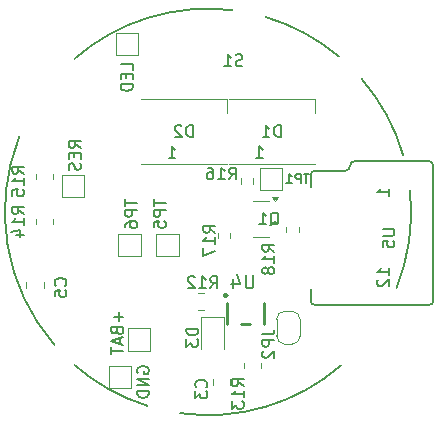
<source format=gbr>
%TF.GenerationSoftware,KiCad,Pcbnew,8.0.0*%
%TF.CreationDate,2024-03-22T20:52:57+01:00*%
%TF.ProjectId,rotatror,726f7461-7472-46f7-922e-6b696361645f,rev?*%
%TF.SameCoordinates,Original*%
%TF.FileFunction,Legend,Bot*%
%TF.FilePolarity,Positive*%
%FSLAX46Y46*%
G04 Gerber Fmt 4.6, Leading zero omitted, Abs format (unit mm)*
G04 Created by KiCad (PCBNEW 8.0.0) date 2024-03-22 20:52:57*
%MOMM*%
%LPD*%
G01*
G04 APERTURE LIST*
%ADD10C,0.150000*%
%ADD11C,0.152000*%
%ADD12C,0.120000*%
%ADD13C,0.254000*%
%ADD14C,0.127000*%
G04 APERTURE END LIST*
D10*
X128829819Y-81238095D02*
X129639342Y-81238095D01*
X129639342Y-81238095D02*
X129734580Y-81285714D01*
X129734580Y-81285714D02*
X129782200Y-81333333D01*
X129782200Y-81333333D02*
X129829819Y-81428571D01*
X129829819Y-81428571D02*
X129829819Y-81619047D01*
X129829819Y-81619047D02*
X129782200Y-81714285D01*
X129782200Y-81714285D02*
X129734580Y-81761904D01*
X129734580Y-81761904D02*
X129639342Y-81809523D01*
X129639342Y-81809523D02*
X128829819Y-81809523D01*
X128829819Y-82761904D02*
X128829819Y-82285714D01*
X128829819Y-82285714D02*
X129306009Y-82238095D01*
X129306009Y-82238095D02*
X129258390Y-82285714D01*
X129258390Y-82285714D02*
X129210771Y-82380952D01*
X129210771Y-82380952D02*
X129210771Y-82619047D01*
X129210771Y-82619047D02*
X129258390Y-82714285D01*
X129258390Y-82714285D02*
X129306009Y-82761904D01*
X129306009Y-82761904D02*
X129401247Y-82809523D01*
X129401247Y-82809523D02*
X129639342Y-82809523D01*
X129639342Y-82809523D02*
X129734580Y-82761904D01*
X129734580Y-82761904D02*
X129782200Y-82714285D01*
X129782200Y-82714285D02*
X129829819Y-82619047D01*
X129829819Y-82619047D02*
X129829819Y-82380952D01*
X129829819Y-82380952D02*
X129782200Y-82285714D01*
X129782200Y-82285714D02*
X129734580Y-82238095D01*
X129379819Y-78435714D02*
X129379819Y-77864286D01*
X129379819Y-78150000D02*
X128379819Y-78150000D01*
X128379819Y-78150000D02*
X128522676Y-78054762D01*
X128522676Y-78054762D02*
X128617914Y-77959524D01*
X128617914Y-77959524D02*
X128665533Y-77864286D01*
X129379819Y-85159523D02*
X129379819Y-84588095D01*
X129379819Y-84873809D02*
X128379819Y-84873809D01*
X128379819Y-84873809D02*
X128522676Y-84778571D01*
X128522676Y-84778571D02*
X128617914Y-84683333D01*
X128617914Y-84683333D02*
X128665533Y-84588095D01*
X128475057Y-85540476D02*
X128427438Y-85588095D01*
X128427438Y-85588095D02*
X128379819Y-85683333D01*
X128379819Y-85683333D02*
X128379819Y-85921428D01*
X128379819Y-85921428D02*
X128427438Y-86016666D01*
X128427438Y-86016666D02*
X128475057Y-86064285D01*
X128475057Y-86064285D02*
X128570295Y-86111904D01*
X128570295Y-86111904D02*
X128665533Y-86111904D01*
X128665533Y-86111904D02*
X128808390Y-86064285D01*
X128808390Y-86064285D02*
X129379819Y-85492857D01*
X129379819Y-85492857D02*
X129379819Y-86111904D01*
X119654819Y-83157142D02*
X119178628Y-82823809D01*
X119654819Y-82585714D02*
X118654819Y-82585714D01*
X118654819Y-82585714D02*
X118654819Y-82966666D01*
X118654819Y-82966666D02*
X118702438Y-83061904D01*
X118702438Y-83061904D02*
X118750057Y-83109523D01*
X118750057Y-83109523D02*
X118845295Y-83157142D01*
X118845295Y-83157142D02*
X118988152Y-83157142D01*
X118988152Y-83157142D02*
X119083390Y-83109523D01*
X119083390Y-83109523D02*
X119131009Y-83061904D01*
X119131009Y-83061904D02*
X119178628Y-82966666D01*
X119178628Y-82966666D02*
X119178628Y-82585714D01*
X119654819Y-84109523D02*
X119654819Y-83538095D01*
X119654819Y-83823809D02*
X118654819Y-83823809D01*
X118654819Y-83823809D02*
X118797676Y-83728571D01*
X118797676Y-83728571D02*
X118892914Y-83633333D01*
X118892914Y-83633333D02*
X118940533Y-83538095D01*
X119083390Y-84680952D02*
X119035771Y-84585714D01*
X119035771Y-84585714D02*
X118988152Y-84538095D01*
X118988152Y-84538095D02*
X118892914Y-84490476D01*
X118892914Y-84490476D02*
X118845295Y-84490476D01*
X118845295Y-84490476D02*
X118750057Y-84538095D01*
X118750057Y-84538095D02*
X118702438Y-84585714D01*
X118702438Y-84585714D02*
X118654819Y-84680952D01*
X118654819Y-84680952D02*
X118654819Y-84871428D01*
X118654819Y-84871428D02*
X118702438Y-84966666D01*
X118702438Y-84966666D02*
X118750057Y-85014285D01*
X118750057Y-85014285D02*
X118845295Y-85061904D01*
X118845295Y-85061904D02*
X118892914Y-85061904D01*
X118892914Y-85061904D02*
X118988152Y-85014285D01*
X118988152Y-85014285D02*
X119035771Y-84966666D01*
X119035771Y-84966666D02*
X119083390Y-84871428D01*
X119083390Y-84871428D02*
X119083390Y-84680952D01*
X119083390Y-84680952D02*
X119131009Y-84585714D01*
X119131009Y-84585714D02*
X119178628Y-84538095D01*
X119178628Y-84538095D02*
X119273866Y-84490476D01*
X119273866Y-84490476D02*
X119464342Y-84490476D01*
X119464342Y-84490476D02*
X119559580Y-84538095D01*
X119559580Y-84538095D02*
X119607200Y-84585714D01*
X119607200Y-84585714D02*
X119654819Y-84680952D01*
X119654819Y-84680952D02*
X119654819Y-84871428D01*
X119654819Y-84871428D02*
X119607200Y-84966666D01*
X119607200Y-84966666D02*
X119559580Y-85014285D01*
X119559580Y-85014285D02*
X119464342Y-85061904D01*
X119464342Y-85061904D02*
X119273866Y-85061904D01*
X119273866Y-85061904D02*
X119178628Y-85014285D01*
X119178628Y-85014285D02*
X119131009Y-84966666D01*
X119131009Y-84966666D02*
X119083390Y-84871428D01*
X114654819Y-81557142D02*
X114178628Y-81223809D01*
X114654819Y-80985714D02*
X113654819Y-80985714D01*
X113654819Y-80985714D02*
X113654819Y-81366666D01*
X113654819Y-81366666D02*
X113702438Y-81461904D01*
X113702438Y-81461904D02*
X113750057Y-81509523D01*
X113750057Y-81509523D02*
X113845295Y-81557142D01*
X113845295Y-81557142D02*
X113988152Y-81557142D01*
X113988152Y-81557142D02*
X114083390Y-81509523D01*
X114083390Y-81509523D02*
X114131009Y-81461904D01*
X114131009Y-81461904D02*
X114178628Y-81366666D01*
X114178628Y-81366666D02*
X114178628Y-80985714D01*
X114654819Y-82509523D02*
X114654819Y-81938095D01*
X114654819Y-82223809D02*
X113654819Y-82223809D01*
X113654819Y-82223809D02*
X113797676Y-82128571D01*
X113797676Y-82128571D02*
X113892914Y-82033333D01*
X113892914Y-82033333D02*
X113940533Y-81938095D01*
X113654819Y-82842857D02*
X113654819Y-83509523D01*
X113654819Y-83509523D02*
X114654819Y-83080952D01*
X115842857Y-77054819D02*
X116176190Y-76578628D01*
X116414285Y-77054819D02*
X116414285Y-76054819D01*
X116414285Y-76054819D02*
X116033333Y-76054819D01*
X116033333Y-76054819D02*
X115938095Y-76102438D01*
X115938095Y-76102438D02*
X115890476Y-76150057D01*
X115890476Y-76150057D02*
X115842857Y-76245295D01*
X115842857Y-76245295D02*
X115842857Y-76388152D01*
X115842857Y-76388152D02*
X115890476Y-76483390D01*
X115890476Y-76483390D02*
X115938095Y-76531009D01*
X115938095Y-76531009D02*
X116033333Y-76578628D01*
X116033333Y-76578628D02*
X116414285Y-76578628D01*
X114890476Y-77054819D02*
X115461904Y-77054819D01*
X115176190Y-77054819D02*
X115176190Y-76054819D01*
X115176190Y-76054819D02*
X115271428Y-76197676D01*
X115271428Y-76197676D02*
X115366666Y-76292914D01*
X115366666Y-76292914D02*
X115461904Y-76340533D01*
X114033333Y-76054819D02*
X114223809Y-76054819D01*
X114223809Y-76054819D02*
X114319047Y-76102438D01*
X114319047Y-76102438D02*
X114366666Y-76150057D01*
X114366666Y-76150057D02*
X114461904Y-76292914D01*
X114461904Y-76292914D02*
X114509523Y-76483390D01*
X114509523Y-76483390D02*
X114509523Y-76864342D01*
X114509523Y-76864342D02*
X114461904Y-76959580D01*
X114461904Y-76959580D02*
X114414285Y-77007200D01*
X114414285Y-77007200D02*
X114319047Y-77054819D01*
X114319047Y-77054819D02*
X114128571Y-77054819D01*
X114128571Y-77054819D02*
X114033333Y-77007200D01*
X114033333Y-77007200D02*
X113985714Y-76959580D01*
X113985714Y-76959580D02*
X113938095Y-76864342D01*
X113938095Y-76864342D02*
X113938095Y-76626247D01*
X113938095Y-76626247D02*
X113985714Y-76531009D01*
X113985714Y-76531009D02*
X114033333Y-76483390D01*
X114033333Y-76483390D02*
X114128571Y-76435771D01*
X114128571Y-76435771D02*
X114319047Y-76435771D01*
X114319047Y-76435771D02*
X114414285Y-76483390D01*
X114414285Y-76483390D02*
X114461904Y-76531009D01*
X114461904Y-76531009D02*
X114509523Y-76626247D01*
X119295238Y-80950057D02*
X119390476Y-80902438D01*
X119390476Y-80902438D02*
X119485714Y-80807200D01*
X119485714Y-80807200D02*
X119628571Y-80664342D01*
X119628571Y-80664342D02*
X119723809Y-80616723D01*
X119723809Y-80616723D02*
X119819047Y-80616723D01*
X119771428Y-80854819D02*
X119866666Y-80807200D01*
X119866666Y-80807200D02*
X119961904Y-80711961D01*
X119961904Y-80711961D02*
X120009523Y-80521485D01*
X120009523Y-80521485D02*
X120009523Y-80188152D01*
X120009523Y-80188152D02*
X119961904Y-79997676D01*
X119961904Y-79997676D02*
X119866666Y-79902438D01*
X119866666Y-79902438D02*
X119771428Y-79854819D01*
X119771428Y-79854819D02*
X119580952Y-79854819D01*
X119580952Y-79854819D02*
X119485714Y-79902438D01*
X119485714Y-79902438D02*
X119390476Y-79997676D01*
X119390476Y-79997676D02*
X119342857Y-80188152D01*
X119342857Y-80188152D02*
X119342857Y-80521485D01*
X119342857Y-80521485D02*
X119390476Y-80711961D01*
X119390476Y-80711961D02*
X119485714Y-80807200D01*
X119485714Y-80807200D02*
X119580952Y-80854819D01*
X119580952Y-80854819D02*
X119771428Y-80854819D01*
X118390476Y-80854819D02*
X118961904Y-80854819D01*
X118676190Y-80854819D02*
X118676190Y-79854819D01*
X118676190Y-79854819D02*
X118771428Y-79997676D01*
X118771428Y-79997676D02*
X118866666Y-80092914D01*
X118866666Y-80092914D02*
X118961904Y-80140533D01*
X98454819Y-76557142D02*
X97978628Y-76223809D01*
X98454819Y-75985714D02*
X97454819Y-75985714D01*
X97454819Y-75985714D02*
X97454819Y-76366666D01*
X97454819Y-76366666D02*
X97502438Y-76461904D01*
X97502438Y-76461904D02*
X97550057Y-76509523D01*
X97550057Y-76509523D02*
X97645295Y-76557142D01*
X97645295Y-76557142D02*
X97788152Y-76557142D01*
X97788152Y-76557142D02*
X97883390Y-76509523D01*
X97883390Y-76509523D02*
X97931009Y-76461904D01*
X97931009Y-76461904D02*
X97978628Y-76366666D01*
X97978628Y-76366666D02*
X97978628Y-75985714D01*
X98454819Y-77509523D02*
X98454819Y-76938095D01*
X98454819Y-77223809D02*
X97454819Y-77223809D01*
X97454819Y-77223809D02*
X97597676Y-77128571D01*
X97597676Y-77128571D02*
X97692914Y-77033333D01*
X97692914Y-77033333D02*
X97740533Y-76938095D01*
X97454819Y-78414285D02*
X97454819Y-77938095D01*
X97454819Y-77938095D02*
X97931009Y-77890476D01*
X97931009Y-77890476D02*
X97883390Y-77938095D01*
X97883390Y-77938095D02*
X97835771Y-78033333D01*
X97835771Y-78033333D02*
X97835771Y-78271428D01*
X97835771Y-78271428D02*
X97883390Y-78366666D01*
X97883390Y-78366666D02*
X97931009Y-78414285D01*
X97931009Y-78414285D02*
X98026247Y-78461904D01*
X98026247Y-78461904D02*
X98264342Y-78461904D01*
X98264342Y-78461904D02*
X98359580Y-78414285D01*
X98359580Y-78414285D02*
X98407200Y-78366666D01*
X98407200Y-78366666D02*
X98454819Y-78271428D01*
X98454819Y-78271428D02*
X98454819Y-78033333D01*
X98454819Y-78033333D02*
X98407200Y-77938095D01*
X98407200Y-77938095D02*
X98359580Y-77890476D01*
X98454819Y-79957142D02*
X97978628Y-79623809D01*
X98454819Y-79385714D02*
X97454819Y-79385714D01*
X97454819Y-79385714D02*
X97454819Y-79766666D01*
X97454819Y-79766666D02*
X97502438Y-79861904D01*
X97502438Y-79861904D02*
X97550057Y-79909523D01*
X97550057Y-79909523D02*
X97645295Y-79957142D01*
X97645295Y-79957142D02*
X97788152Y-79957142D01*
X97788152Y-79957142D02*
X97883390Y-79909523D01*
X97883390Y-79909523D02*
X97931009Y-79861904D01*
X97931009Y-79861904D02*
X97978628Y-79766666D01*
X97978628Y-79766666D02*
X97978628Y-79385714D01*
X98454819Y-80909523D02*
X98454819Y-80338095D01*
X98454819Y-80623809D02*
X97454819Y-80623809D01*
X97454819Y-80623809D02*
X97597676Y-80528571D01*
X97597676Y-80528571D02*
X97692914Y-80433333D01*
X97692914Y-80433333D02*
X97740533Y-80338095D01*
X97788152Y-81766666D02*
X98454819Y-81766666D01*
X97407200Y-81528571D02*
X98121485Y-81290476D01*
X98121485Y-81290476D02*
X98121485Y-81909523D01*
X122609523Y-76562295D02*
X122152380Y-76562295D01*
X122380952Y-77362295D02*
X122380952Y-76562295D01*
X121885713Y-77362295D02*
X121885713Y-76562295D01*
X121885713Y-76562295D02*
X121580951Y-76562295D01*
X121580951Y-76562295D02*
X121504761Y-76600390D01*
X121504761Y-76600390D02*
X121466666Y-76638485D01*
X121466666Y-76638485D02*
X121428570Y-76714676D01*
X121428570Y-76714676D02*
X121428570Y-76828961D01*
X121428570Y-76828961D02*
X121466666Y-76905152D01*
X121466666Y-76905152D02*
X121504761Y-76943247D01*
X121504761Y-76943247D02*
X121580951Y-76981342D01*
X121580951Y-76981342D02*
X121885713Y-76981342D01*
X120666666Y-77362295D02*
X121123809Y-77362295D01*
X120895237Y-77362295D02*
X120895237Y-76562295D01*
X120895237Y-76562295D02*
X120971428Y-76676580D01*
X120971428Y-76676580D02*
X121047618Y-76752771D01*
X121047618Y-76752771D02*
X121123809Y-76790866D01*
X107054819Y-78738095D02*
X107054819Y-79309523D01*
X108054819Y-79023809D02*
X107054819Y-79023809D01*
X108054819Y-79642857D02*
X107054819Y-79642857D01*
X107054819Y-79642857D02*
X107054819Y-80023809D01*
X107054819Y-80023809D02*
X107102438Y-80119047D01*
X107102438Y-80119047D02*
X107150057Y-80166666D01*
X107150057Y-80166666D02*
X107245295Y-80214285D01*
X107245295Y-80214285D02*
X107388152Y-80214285D01*
X107388152Y-80214285D02*
X107483390Y-80166666D01*
X107483390Y-80166666D02*
X107531009Y-80119047D01*
X107531009Y-80119047D02*
X107578628Y-80023809D01*
X107578628Y-80023809D02*
X107578628Y-79642857D01*
X107054819Y-81071428D02*
X107054819Y-80880952D01*
X107054819Y-80880952D02*
X107102438Y-80785714D01*
X107102438Y-80785714D02*
X107150057Y-80738095D01*
X107150057Y-80738095D02*
X107292914Y-80642857D01*
X107292914Y-80642857D02*
X107483390Y-80595238D01*
X107483390Y-80595238D02*
X107864342Y-80595238D01*
X107864342Y-80595238D02*
X107959580Y-80642857D01*
X107959580Y-80642857D02*
X108007200Y-80690476D01*
X108007200Y-80690476D02*
X108054819Y-80785714D01*
X108054819Y-80785714D02*
X108054819Y-80976190D01*
X108054819Y-80976190D02*
X108007200Y-81071428D01*
X108007200Y-81071428D02*
X107959580Y-81119047D01*
X107959580Y-81119047D02*
X107864342Y-81166666D01*
X107864342Y-81166666D02*
X107626247Y-81166666D01*
X107626247Y-81166666D02*
X107531009Y-81119047D01*
X107531009Y-81119047D02*
X107483390Y-81071428D01*
X107483390Y-81071428D02*
X107435771Y-80976190D01*
X107435771Y-80976190D02*
X107435771Y-80785714D01*
X107435771Y-80785714D02*
X107483390Y-80690476D01*
X107483390Y-80690476D02*
X107531009Y-80642857D01*
X107531009Y-80642857D02*
X107626247Y-80595238D01*
X109454819Y-78738095D02*
X109454819Y-79309523D01*
X110454819Y-79023809D02*
X109454819Y-79023809D01*
X110454819Y-79642857D02*
X109454819Y-79642857D01*
X109454819Y-79642857D02*
X109454819Y-80023809D01*
X109454819Y-80023809D02*
X109502438Y-80119047D01*
X109502438Y-80119047D02*
X109550057Y-80166666D01*
X109550057Y-80166666D02*
X109645295Y-80214285D01*
X109645295Y-80214285D02*
X109788152Y-80214285D01*
X109788152Y-80214285D02*
X109883390Y-80166666D01*
X109883390Y-80166666D02*
X109931009Y-80119047D01*
X109931009Y-80119047D02*
X109978628Y-80023809D01*
X109978628Y-80023809D02*
X109978628Y-79642857D01*
X109454819Y-81119047D02*
X109454819Y-80642857D01*
X109454819Y-80642857D02*
X109931009Y-80595238D01*
X109931009Y-80595238D02*
X109883390Y-80642857D01*
X109883390Y-80642857D02*
X109835771Y-80738095D01*
X109835771Y-80738095D02*
X109835771Y-80976190D01*
X109835771Y-80976190D02*
X109883390Y-81071428D01*
X109883390Y-81071428D02*
X109931009Y-81119047D01*
X109931009Y-81119047D02*
X110026247Y-81166666D01*
X110026247Y-81166666D02*
X110264342Y-81166666D01*
X110264342Y-81166666D02*
X110359580Y-81119047D01*
X110359580Y-81119047D02*
X110407200Y-81071428D01*
X110407200Y-81071428D02*
X110454819Y-80976190D01*
X110454819Y-80976190D02*
X110454819Y-80738095D01*
X110454819Y-80738095D02*
X110407200Y-80642857D01*
X110407200Y-80642857D02*
X110359580Y-80595238D01*
X114242857Y-86254819D02*
X114576190Y-85778628D01*
X114814285Y-86254819D02*
X114814285Y-85254819D01*
X114814285Y-85254819D02*
X114433333Y-85254819D01*
X114433333Y-85254819D02*
X114338095Y-85302438D01*
X114338095Y-85302438D02*
X114290476Y-85350057D01*
X114290476Y-85350057D02*
X114242857Y-85445295D01*
X114242857Y-85445295D02*
X114242857Y-85588152D01*
X114242857Y-85588152D02*
X114290476Y-85683390D01*
X114290476Y-85683390D02*
X114338095Y-85731009D01*
X114338095Y-85731009D02*
X114433333Y-85778628D01*
X114433333Y-85778628D02*
X114814285Y-85778628D01*
X113290476Y-86254819D02*
X113861904Y-86254819D01*
X113576190Y-86254819D02*
X113576190Y-85254819D01*
X113576190Y-85254819D02*
X113671428Y-85397676D01*
X113671428Y-85397676D02*
X113766666Y-85492914D01*
X113766666Y-85492914D02*
X113861904Y-85540533D01*
X112909523Y-85350057D02*
X112861904Y-85302438D01*
X112861904Y-85302438D02*
X112766666Y-85254819D01*
X112766666Y-85254819D02*
X112528571Y-85254819D01*
X112528571Y-85254819D02*
X112433333Y-85302438D01*
X112433333Y-85302438D02*
X112385714Y-85350057D01*
X112385714Y-85350057D02*
X112338095Y-85445295D01*
X112338095Y-85445295D02*
X112338095Y-85540533D01*
X112338095Y-85540533D02*
X112385714Y-85683390D01*
X112385714Y-85683390D02*
X112957142Y-86254819D01*
X112957142Y-86254819D02*
X112338095Y-86254819D01*
X112738094Y-73454819D02*
X112738094Y-72454819D01*
X112738094Y-72454819D02*
X112499999Y-72454819D01*
X112499999Y-72454819D02*
X112357142Y-72502438D01*
X112357142Y-72502438D02*
X112261904Y-72597676D01*
X112261904Y-72597676D02*
X112214285Y-72692914D01*
X112214285Y-72692914D02*
X112166666Y-72883390D01*
X112166666Y-72883390D02*
X112166666Y-73026247D01*
X112166666Y-73026247D02*
X112214285Y-73216723D01*
X112214285Y-73216723D02*
X112261904Y-73311961D01*
X112261904Y-73311961D02*
X112357142Y-73407200D01*
X112357142Y-73407200D02*
X112499999Y-73454819D01*
X112499999Y-73454819D02*
X112738094Y-73454819D01*
X111785713Y-72550057D02*
X111738094Y-72502438D01*
X111738094Y-72502438D02*
X111642856Y-72454819D01*
X111642856Y-72454819D02*
X111404761Y-72454819D01*
X111404761Y-72454819D02*
X111309523Y-72502438D01*
X111309523Y-72502438D02*
X111261904Y-72550057D01*
X111261904Y-72550057D02*
X111214285Y-72645295D01*
X111214285Y-72645295D02*
X111214285Y-72740533D01*
X111214285Y-72740533D02*
X111261904Y-72883390D01*
X111261904Y-72883390D02*
X111833332Y-73454819D01*
X111833332Y-73454819D02*
X111214285Y-73454819D01*
X110714285Y-75254819D02*
X111285713Y-75254819D01*
X110999999Y-75254819D02*
X110999999Y-74254819D01*
X110999999Y-74254819D02*
X111095237Y-74397676D01*
X111095237Y-74397676D02*
X111190475Y-74492914D01*
X111190475Y-74492914D02*
X111285713Y-74540533D01*
X113879580Y-94633333D02*
X113927200Y-94585714D01*
X113927200Y-94585714D02*
X113974819Y-94442857D01*
X113974819Y-94442857D02*
X113974819Y-94347619D01*
X113974819Y-94347619D02*
X113927200Y-94204762D01*
X113927200Y-94204762D02*
X113831961Y-94109524D01*
X113831961Y-94109524D02*
X113736723Y-94061905D01*
X113736723Y-94061905D02*
X113546247Y-94014286D01*
X113546247Y-94014286D02*
X113403390Y-94014286D01*
X113403390Y-94014286D02*
X113212914Y-94061905D01*
X113212914Y-94061905D02*
X113117676Y-94109524D01*
X113117676Y-94109524D02*
X113022438Y-94204762D01*
X113022438Y-94204762D02*
X112974819Y-94347619D01*
X112974819Y-94347619D02*
X112974819Y-94442857D01*
X112974819Y-94442857D02*
X113022438Y-94585714D01*
X113022438Y-94585714D02*
X113070057Y-94633333D01*
X112974819Y-94966667D02*
X112974819Y-95585714D01*
X112974819Y-95585714D02*
X113355771Y-95252381D01*
X113355771Y-95252381D02*
X113355771Y-95395238D01*
X113355771Y-95395238D02*
X113403390Y-95490476D01*
X113403390Y-95490476D02*
X113451009Y-95538095D01*
X113451009Y-95538095D02*
X113546247Y-95585714D01*
X113546247Y-95585714D02*
X113784342Y-95585714D01*
X113784342Y-95585714D02*
X113879580Y-95538095D01*
X113879580Y-95538095D02*
X113927200Y-95490476D01*
X113927200Y-95490476D02*
X113974819Y-95395238D01*
X113974819Y-95395238D02*
X113974819Y-95109524D01*
X113974819Y-95109524D02*
X113927200Y-95014286D01*
X113927200Y-95014286D02*
X113879580Y-94966667D01*
X117054819Y-94557142D02*
X116578628Y-94223809D01*
X117054819Y-93985714D02*
X116054819Y-93985714D01*
X116054819Y-93985714D02*
X116054819Y-94366666D01*
X116054819Y-94366666D02*
X116102438Y-94461904D01*
X116102438Y-94461904D02*
X116150057Y-94509523D01*
X116150057Y-94509523D02*
X116245295Y-94557142D01*
X116245295Y-94557142D02*
X116388152Y-94557142D01*
X116388152Y-94557142D02*
X116483390Y-94509523D01*
X116483390Y-94509523D02*
X116531009Y-94461904D01*
X116531009Y-94461904D02*
X116578628Y-94366666D01*
X116578628Y-94366666D02*
X116578628Y-93985714D01*
X117054819Y-95509523D02*
X117054819Y-94938095D01*
X117054819Y-95223809D02*
X116054819Y-95223809D01*
X116054819Y-95223809D02*
X116197676Y-95128571D01*
X116197676Y-95128571D02*
X116292914Y-95033333D01*
X116292914Y-95033333D02*
X116340533Y-94938095D01*
X116054819Y-95842857D02*
X116054819Y-96461904D01*
X116054819Y-96461904D02*
X116435771Y-96128571D01*
X116435771Y-96128571D02*
X116435771Y-96271428D01*
X116435771Y-96271428D02*
X116483390Y-96366666D01*
X116483390Y-96366666D02*
X116531009Y-96414285D01*
X116531009Y-96414285D02*
X116626247Y-96461904D01*
X116626247Y-96461904D02*
X116864342Y-96461904D01*
X116864342Y-96461904D02*
X116959580Y-96414285D01*
X116959580Y-96414285D02*
X117007200Y-96366666D01*
X117007200Y-96366666D02*
X117054819Y-96271428D01*
X117054819Y-96271428D02*
X117054819Y-95985714D01*
X117054819Y-95985714D02*
X117007200Y-95890476D01*
X117007200Y-95890476D02*
X116959580Y-95842857D01*
X107654819Y-67757142D02*
X107654819Y-67280952D01*
X107654819Y-67280952D02*
X106654819Y-67280952D01*
X107131009Y-68090476D02*
X107131009Y-68423809D01*
X107654819Y-68566666D02*
X107654819Y-68090476D01*
X107654819Y-68090476D02*
X106654819Y-68090476D01*
X106654819Y-68090476D02*
X106654819Y-68566666D01*
X107654819Y-68995238D02*
X106654819Y-68995238D01*
X106654819Y-68995238D02*
X106654819Y-69233333D01*
X106654819Y-69233333D02*
X106702438Y-69376190D01*
X106702438Y-69376190D02*
X106797676Y-69471428D01*
X106797676Y-69471428D02*
X106892914Y-69519047D01*
X106892914Y-69519047D02*
X107083390Y-69566666D01*
X107083390Y-69566666D02*
X107226247Y-69566666D01*
X107226247Y-69566666D02*
X107416723Y-69519047D01*
X107416723Y-69519047D02*
X107511961Y-69471428D01*
X107511961Y-69471428D02*
X107607200Y-69376190D01*
X107607200Y-69376190D02*
X107654819Y-69233333D01*
X107654819Y-69233333D02*
X107654819Y-68995238D01*
D11*
X117884557Y-85121169D02*
X117884557Y-86046455D01*
X117884557Y-86046455D02*
X117830128Y-86155312D01*
X117830128Y-86155312D02*
X117775700Y-86209741D01*
X117775700Y-86209741D02*
X117666842Y-86264169D01*
X117666842Y-86264169D02*
X117449128Y-86264169D01*
X117449128Y-86264169D02*
X117340271Y-86209741D01*
X117340271Y-86209741D02*
X117285842Y-86155312D01*
X117285842Y-86155312D02*
X117231414Y-86046455D01*
X117231414Y-86046455D02*
X117231414Y-85121169D01*
X116197271Y-85502169D02*
X116197271Y-86264169D01*
X116469413Y-85066741D02*
X116741556Y-85883169D01*
X116741556Y-85883169D02*
X116033985Y-85883169D01*
D10*
X116961904Y-67407200D02*
X116819047Y-67454819D01*
X116819047Y-67454819D02*
X116580952Y-67454819D01*
X116580952Y-67454819D02*
X116485714Y-67407200D01*
X116485714Y-67407200D02*
X116438095Y-67359580D01*
X116438095Y-67359580D02*
X116390476Y-67264342D01*
X116390476Y-67264342D02*
X116390476Y-67169104D01*
X116390476Y-67169104D02*
X116438095Y-67073866D01*
X116438095Y-67073866D02*
X116485714Y-67026247D01*
X116485714Y-67026247D02*
X116580952Y-66978628D01*
X116580952Y-66978628D02*
X116771428Y-66931009D01*
X116771428Y-66931009D02*
X116866666Y-66883390D01*
X116866666Y-66883390D02*
X116914285Y-66835771D01*
X116914285Y-66835771D02*
X116961904Y-66740533D01*
X116961904Y-66740533D02*
X116961904Y-66645295D01*
X116961904Y-66645295D02*
X116914285Y-66550057D01*
X116914285Y-66550057D02*
X116866666Y-66502438D01*
X116866666Y-66502438D02*
X116771428Y-66454819D01*
X116771428Y-66454819D02*
X116533333Y-66454819D01*
X116533333Y-66454819D02*
X116390476Y-66502438D01*
X115438095Y-67454819D02*
X116009523Y-67454819D01*
X115723809Y-67454819D02*
X115723809Y-66454819D01*
X115723809Y-66454819D02*
X115819047Y-66597676D01*
X115819047Y-66597676D02*
X115914285Y-66692914D01*
X115914285Y-66692914D02*
X116009523Y-66740533D01*
X108102438Y-93438095D02*
X108054819Y-93342857D01*
X108054819Y-93342857D02*
X108054819Y-93200000D01*
X108054819Y-93200000D02*
X108102438Y-93057143D01*
X108102438Y-93057143D02*
X108197676Y-92961905D01*
X108197676Y-92961905D02*
X108292914Y-92914286D01*
X108292914Y-92914286D02*
X108483390Y-92866667D01*
X108483390Y-92866667D02*
X108626247Y-92866667D01*
X108626247Y-92866667D02*
X108816723Y-92914286D01*
X108816723Y-92914286D02*
X108911961Y-92961905D01*
X108911961Y-92961905D02*
X109007200Y-93057143D01*
X109007200Y-93057143D02*
X109054819Y-93200000D01*
X109054819Y-93200000D02*
X109054819Y-93295238D01*
X109054819Y-93295238D02*
X109007200Y-93438095D01*
X109007200Y-93438095D02*
X108959580Y-93485714D01*
X108959580Y-93485714D02*
X108626247Y-93485714D01*
X108626247Y-93485714D02*
X108626247Y-93295238D01*
X109054819Y-93914286D02*
X108054819Y-93914286D01*
X108054819Y-93914286D02*
X109054819Y-94485714D01*
X109054819Y-94485714D02*
X108054819Y-94485714D01*
X109054819Y-94961905D02*
X108054819Y-94961905D01*
X108054819Y-94961905D02*
X108054819Y-95200000D01*
X108054819Y-95200000D02*
X108102438Y-95342857D01*
X108102438Y-95342857D02*
X108197676Y-95438095D01*
X108197676Y-95438095D02*
X108292914Y-95485714D01*
X108292914Y-95485714D02*
X108483390Y-95533333D01*
X108483390Y-95533333D02*
X108626247Y-95533333D01*
X108626247Y-95533333D02*
X108816723Y-95485714D01*
X108816723Y-95485714D02*
X108911961Y-95438095D01*
X108911961Y-95438095D02*
X109007200Y-95342857D01*
X109007200Y-95342857D02*
X109054819Y-95200000D01*
X109054819Y-95200000D02*
X109054819Y-94961905D01*
X106473866Y-88309524D02*
X106473866Y-89071429D01*
X106854819Y-88690476D02*
X106092914Y-88690476D01*
X106331009Y-89880952D02*
X106378628Y-90023809D01*
X106378628Y-90023809D02*
X106426247Y-90071428D01*
X106426247Y-90071428D02*
X106521485Y-90119047D01*
X106521485Y-90119047D02*
X106664342Y-90119047D01*
X106664342Y-90119047D02*
X106759580Y-90071428D01*
X106759580Y-90071428D02*
X106807200Y-90023809D01*
X106807200Y-90023809D02*
X106854819Y-89928571D01*
X106854819Y-89928571D02*
X106854819Y-89547619D01*
X106854819Y-89547619D02*
X105854819Y-89547619D01*
X105854819Y-89547619D02*
X105854819Y-89880952D01*
X105854819Y-89880952D02*
X105902438Y-89976190D01*
X105902438Y-89976190D02*
X105950057Y-90023809D01*
X105950057Y-90023809D02*
X106045295Y-90071428D01*
X106045295Y-90071428D02*
X106140533Y-90071428D01*
X106140533Y-90071428D02*
X106235771Y-90023809D01*
X106235771Y-90023809D02*
X106283390Y-89976190D01*
X106283390Y-89976190D02*
X106331009Y-89880952D01*
X106331009Y-89880952D02*
X106331009Y-89547619D01*
X106569104Y-90500000D02*
X106569104Y-90976190D01*
X106854819Y-90404762D02*
X105854819Y-90738095D01*
X105854819Y-90738095D02*
X106854819Y-91071428D01*
X105854819Y-91261905D02*
X105854819Y-91833333D01*
X106854819Y-91547619D02*
X105854819Y-91547619D01*
X118654819Y-90166666D02*
X119369104Y-90166666D01*
X119369104Y-90166666D02*
X119511961Y-90119047D01*
X119511961Y-90119047D02*
X119607200Y-90023809D01*
X119607200Y-90023809D02*
X119654819Y-89880952D01*
X119654819Y-89880952D02*
X119654819Y-89785714D01*
X119654819Y-90642857D02*
X118654819Y-90642857D01*
X118654819Y-90642857D02*
X118654819Y-91023809D01*
X118654819Y-91023809D02*
X118702438Y-91119047D01*
X118702438Y-91119047D02*
X118750057Y-91166666D01*
X118750057Y-91166666D02*
X118845295Y-91214285D01*
X118845295Y-91214285D02*
X118988152Y-91214285D01*
X118988152Y-91214285D02*
X119083390Y-91166666D01*
X119083390Y-91166666D02*
X119131009Y-91119047D01*
X119131009Y-91119047D02*
X119178628Y-91023809D01*
X119178628Y-91023809D02*
X119178628Y-90642857D01*
X118750057Y-91595238D02*
X118702438Y-91642857D01*
X118702438Y-91642857D02*
X118654819Y-91738095D01*
X118654819Y-91738095D02*
X118654819Y-91976190D01*
X118654819Y-91976190D02*
X118702438Y-92071428D01*
X118702438Y-92071428D02*
X118750057Y-92119047D01*
X118750057Y-92119047D02*
X118845295Y-92166666D01*
X118845295Y-92166666D02*
X118940533Y-92166666D01*
X118940533Y-92166666D02*
X119083390Y-92119047D01*
X119083390Y-92119047D02*
X119654819Y-91547619D01*
X119654819Y-91547619D02*
X119654819Y-92166666D01*
X101959580Y-86033333D02*
X102007200Y-85985714D01*
X102007200Y-85985714D02*
X102054819Y-85842857D01*
X102054819Y-85842857D02*
X102054819Y-85747619D01*
X102054819Y-85747619D02*
X102007200Y-85604762D01*
X102007200Y-85604762D02*
X101911961Y-85509524D01*
X101911961Y-85509524D02*
X101816723Y-85461905D01*
X101816723Y-85461905D02*
X101626247Y-85414286D01*
X101626247Y-85414286D02*
X101483390Y-85414286D01*
X101483390Y-85414286D02*
X101292914Y-85461905D01*
X101292914Y-85461905D02*
X101197676Y-85509524D01*
X101197676Y-85509524D02*
X101102438Y-85604762D01*
X101102438Y-85604762D02*
X101054819Y-85747619D01*
X101054819Y-85747619D02*
X101054819Y-85842857D01*
X101054819Y-85842857D02*
X101102438Y-85985714D01*
X101102438Y-85985714D02*
X101150057Y-86033333D01*
X101054819Y-86938095D02*
X101054819Y-86461905D01*
X101054819Y-86461905D02*
X101531009Y-86414286D01*
X101531009Y-86414286D02*
X101483390Y-86461905D01*
X101483390Y-86461905D02*
X101435771Y-86557143D01*
X101435771Y-86557143D02*
X101435771Y-86795238D01*
X101435771Y-86795238D02*
X101483390Y-86890476D01*
X101483390Y-86890476D02*
X101531009Y-86938095D01*
X101531009Y-86938095D02*
X101626247Y-86985714D01*
X101626247Y-86985714D02*
X101864342Y-86985714D01*
X101864342Y-86985714D02*
X101959580Y-86938095D01*
X101959580Y-86938095D02*
X102007200Y-86890476D01*
X102007200Y-86890476D02*
X102054819Y-86795238D01*
X102054819Y-86795238D02*
X102054819Y-86557143D01*
X102054819Y-86557143D02*
X102007200Y-86461905D01*
X102007200Y-86461905D02*
X101959580Y-86414286D01*
X103254819Y-74380952D02*
X102778628Y-74047619D01*
X103254819Y-73809524D02*
X102254819Y-73809524D01*
X102254819Y-73809524D02*
X102254819Y-74190476D01*
X102254819Y-74190476D02*
X102302438Y-74285714D01*
X102302438Y-74285714D02*
X102350057Y-74333333D01*
X102350057Y-74333333D02*
X102445295Y-74380952D01*
X102445295Y-74380952D02*
X102588152Y-74380952D01*
X102588152Y-74380952D02*
X102683390Y-74333333D01*
X102683390Y-74333333D02*
X102731009Y-74285714D01*
X102731009Y-74285714D02*
X102778628Y-74190476D01*
X102778628Y-74190476D02*
X102778628Y-73809524D01*
X102731009Y-74809524D02*
X102731009Y-75142857D01*
X103254819Y-75285714D02*
X103254819Y-74809524D01*
X103254819Y-74809524D02*
X102254819Y-74809524D01*
X102254819Y-74809524D02*
X102254819Y-75285714D01*
X103207200Y-75666667D02*
X103254819Y-75809524D01*
X103254819Y-75809524D02*
X103254819Y-76047619D01*
X103254819Y-76047619D02*
X103207200Y-76142857D01*
X103207200Y-76142857D02*
X103159580Y-76190476D01*
X103159580Y-76190476D02*
X103064342Y-76238095D01*
X103064342Y-76238095D02*
X102969104Y-76238095D01*
X102969104Y-76238095D02*
X102873866Y-76190476D01*
X102873866Y-76190476D02*
X102826247Y-76142857D01*
X102826247Y-76142857D02*
X102778628Y-76047619D01*
X102778628Y-76047619D02*
X102731009Y-75857143D01*
X102731009Y-75857143D02*
X102683390Y-75761905D01*
X102683390Y-75761905D02*
X102635771Y-75714286D01*
X102635771Y-75714286D02*
X102540533Y-75666667D01*
X102540533Y-75666667D02*
X102445295Y-75666667D01*
X102445295Y-75666667D02*
X102350057Y-75714286D01*
X102350057Y-75714286D02*
X102302438Y-75761905D01*
X102302438Y-75761905D02*
X102254819Y-75857143D01*
X102254819Y-75857143D02*
X102254819Y-76095238D01*
X102254819Y-76095238D02*
X102302438Y-76238095D01*
X120188094Y-73454819D02*
X120188094Y-72454819D01*
X120188094Y-72454819D02*
X119949999Y-72454819D01*
X119949999Y-72454819D02*
X119807142Y-72502438D01*
X119807142Y-72502438D02*
X119711904Y-72597676D01*
X119711904Y-72597676D02*
X119664285Y-72692914D01*
X119664285Y-72692914D02*
X119616666Y-72883390D01*
X119616666Y-72883390D02*
X119616666Y-73026247D01*
X119616666Y-73026247D02*
X119664285Y-73216723D01*
X119664285Y-73216723D02*
X119711904Y-73311961D01*
X119711904Y-73311961D02*
X119807142Y-73407200D01*
X119807142Y-73407200D02*
X119949999Y-73454819D01*
X119949999Y-73454819D02*
X120188094Y-73454819D01*
X118664285Y-73454819D02*
X119235713Y-73454819D01*
X118949999Y-73454819D02*
X118949999Y-72454819D01*
X118949999Y-72454819D02*
X119045237Y-72597676D01*
X119045237Y-72597676D02*
X119140475Y-72692914D01*
X119140475Y-72692914D02*
X119235713Y-72740533D01*
X118114285Y-75254819D02*
X118685713Y-75254819D01*
X118399999Y-75254819D02*
X118399999Y-74254819D01*
X118399999Y-74254819D02*
X118495237Y-74397676D01*
X118495237Y-74397676D02*
X118590475Y-74492914D01*
X118590475Y-74492914D02*
X118685713Y-74540533D01*
X113224819Y-89681905D02*
X112224819Y-89681905D01*
X112224819Y-89681905D02*
X112224819Y-89920000D01*
X112224819Y-89920000D02*
X112272438Y-90062857D01*
X112272438Y-90062857D02*
X112367676Y-90158095D01*
X112367676Y-90158095D02*
X112462914Y-90205714D01*
X112462914Y-90205714D02*
X112653390Y-90253333D01*
X112653390Y-90253333D02*
X112796247Y-90253333D01*
X112796247Y-90253333D02*
X112986723Y-90205714D01*
X112986723Y-90205714D02*
X113081961Y-90158095D01*
X113081961Y-90158095D02*
X113177200Y-90062857D01*
X113177200Y-90062857D02*
X113224819Y-89920000D01*
X113224819Y-89920000D02*
X113224819Y-89681905D01*
X112224819Y-90586667D02*
X112224819Y-91205714D01*
X112224819Y-91205714D02*
X112605771Y-90872381D01*
X112605771Y-90872381D02*
X112605771Y-91015238D01*
X112605771Y-91015238D02*
X112653390Y-91110476D01*
X112653390Y-91110476D02*
X112701009Y-91158095D01*
X112701009Y-91158095D02*
X112796247Y-91205714D01*
X112796247Y-91205714D02*
X113034342Y-91205714D01*
X113034342Y-91205714D02*
X113129580Y-91158095D01*
X113129580Y-91158095D02*
X113177200Y-91110476D01*
X113177200Y-91110476D02*
X113224819Y-91015238D01*
X113224819Y-91015238D02*
X113224819Y-90729524D01*
X113224819Y-90729524D02*
X113177200Y-90634286D01*
X113177200Y-90634286D02*
X113129580Y-90586667D01*
%TO.C,U5*%
X122725000Y-76700000D02*
X122725000Y-77700000D01*
X133125000Y-87300000D02*
X133125000Y-75900000D01*
X126475000Y-75500000D02*
X132725000Y-75500000D01*
X122725000Y-86300000D02*
X122725000Y-87300000D01*
X123125000Y-87700000D02*
X132725000Y-87700000D01*
X123075000Y-76300000D02*
X125675000Y-76300000D01*
X122725000Y-76700000D02*
G75*
G02*
X123125000Y-76300000I400000J0D01*
G01*
X123125000Y-87700000D02*
G75*
G02*
X122725000Y-87300000I0J400000D01*
G01*
X126075000Y-75900000D02*
G75*
G02*
X125675000Y-76300000I-400000J0D01*
G01*
X126075000Y-75900000D02*
G75*
G02*
X126475000Y-75500000I400000J0D01*
G01*
X133125000Y-87300000D02*
G75*
G02*
X132725000Y-87700000I-400000J0D01*
G01*
X132725000Y-75500000D02*
G75*
G02*
X133125000Y-75900000I0J-400000D01*
G01*
D12*
%TO.C,R18*%
X121722500Y-81062742D02*
X121722500Y-81537258D01*
X120677500Y-81062742D02*
X120677500Y-81537258D01*
%TO.C,R17*%
X115947500Y-81562742D02*
X115947500Y-82037258D01*
X114902500Y-81562742D02*
X114902500Y-82037258D01*
%TO.C,R16*%
X117897500Y-76962742D02*
X117897500Y-77437258D01*
X116852500Y-76962742D02*
X116852500Y-77437258D01*
%TO.C,Q1*%
X119187500Y-78840000D02*
X118537500Y-78840000D01*
X117887500Y-78840000D02*
X118537500Y-78840000D01*
X119187500Y-81960000D02*
X118537500Y-81960000D01*
X117887500Y-81960000D02*
X118537500Y-81960000D01*
X119700000Y-78890000D02*
X119460000Y-78560000D01*
X119940000Y-78560000D01*
X119700000Y-78890000D01*
G36*
X119700000Y-78890000D02*
G01*
X119460000Y-78560000D01*
X119940000Y-78560000D01*
X119700000Y-78890000D01*
G37*
%TO.C,R15*%
X100935000Y-76572936D02*
X100935000Y-77027064D01*
X99465000Y-76572936D02*
X99465000Y-77027064D01*
%TO.C,R14*%
X100935000Y-80372936D02*
X100935000Y-80827064D01*
X99465000Y-80372936D02*
X99465000Y-80827064D01*
%TO.C,TP1*%
X118450000Y-76050000D02*
X120350000Y-76050000D01*
X120350000Y-76050000D02*
X120350000Y-77950000D01*
X118450000Y-77950000D02*
X118450000Y-76050000D01*
X120350000Y-77950000D02*
X118450000Y-77950000D01*
%TO.C,TP6*%
X106450000Y-83550000D02*
X106450000Y-81650000D01*
X106450000Y-81650000D02*
X108350000Y-81650000D01*
X108350000Y-83550000D02*
X106450000Y-83550000D01*
X108350000Y-81650000D02*
X108350000Y-83550000D01*
%TO.C,TP5*%
X109650000Y-83550000D02*
X109650000Y-81650000D01*
X109650000Y-81650000D02*
X111550000Y-81650000D01*
X111550000Y-83550000D02*
X109650000Y-83550000D01*
X111550000Y-81650000D02*
X111550000Y-83550000D01*
%TO.C,R12*%
X113687064Y-86665000D02*
X113232936Y-86665000D01*
X113687064Y-88135000D02*
X113232936Y-88135000D01*
%TO.C,D2*%
X115650000Y-70250000D02*
X108350000Y-70250000D01*
X115650000Y-71400000D02*
X115650000Y-70250000D01*
X115650000Y-75750000D02*
X108350000Y-75750000D01*
%TO.C,C3*%
X114465000Y-94461252D02*
X114465000Y-93938748D01*
X115935000Y-94461252D02*
X115935000Y-93938748D01*
%TO.C,R13*%
X117065000Y-93027064D02*
X117065000Y-92572936D01*
X118535000Y-93027064D02*
X118535000Y-92572936D01*
%TO.C,LED*%
X106250000Y-64650000D02*
X108150000Y-64650000D01*
X106250000Y-66550000D02*
X106250000Y-64650000D01*
X108150000Y-64650000D02*
X108150000Y-66550000D01*
X108150000Y-66550000D02*
X106250000Y-66550000D01*
D13*
%TO.C,U4*%
X115650000Y-87500000D02*
X115650000Y-89300000D01*
X117600000Y-89300000D02*
X116800000Y-89300000D01*
X118750000Y-87500000D02*
X118750000Y-89300000D01*
X115676000Y-86876000D02*
G75*
G02*
X115422000Y-86876000I-127000J0D01*
G01*
X115422000Y-86876000D02*
G75*
G02*
X115676000Y-86876000I127000J0D01*
G01*
D14*
%TO.C,S1*%
X101057810Y-91071310D02*
G75*
G02*
X98078510Y-73408470I12941693J11265644D01*
G01*
X102745810Y-66832810D02*
G75*
G02*
X116114410Y-62719910I11292337J-12921547D01*
G01*
X108908480Y-96216610D02*
G75*
G02*
X102746710Y-92770310I5149426J16438434D01*
G01*
X118899810Y-63291811D02*
G75*
G02*
X125120809Y-66630111I-4861900J-16525899D01*
G01*
X125321310Y-92787810D02*
G75*
G02*
X111683470Y-96837110I-11266750J12955420D01*
G01*
X127037810Y-68524310D02*
G75*
G02*
X130576809Y-75023810I-12889187J-11231455D01*
G01*
X131154809Y-78013890D02*
G75*
G02*
X129992809Y-86259810I-17117282J-1792697D01*
G01*
D12*
%TO.C,GND*%
X105650000Y-92850000D02*
X107550000Y-92850000D01*
X105650000Y-94750000D02*
X105650000Y-92850000D01*
X107550000Y-92850000D02*
X107550000Y-94750000D01*
X107550000Y-94750000D02*
X105650000Y-94750000D01*
%TO.C,+BAT*%
X107250000Y-89650000D02*
X109150000Y-89650000D01*
X107250000Y-91550000D02*
X107250000Y-89650000D01*
X109150000Y-89650000D02*
X109150000Y-91550000D01*
X109150000Y-91550000D02*
X107250000Y-91550000D01*
%TO.C,JP2*%
X119850000Y-90300000D02*
X119850000Y-88900000D01*
X120550000Y-88200000D02*
X121150000Y-88200000D01*
X121150000Y-91000000D02*
X120550000Y-91000000D01*
X121850000Y-88900000D02*
X121850000Y-90300000D01*
X119850000Y-88900000D02*
G75*
G02*
X120550000Y-88200000I700000J0D01*
G01*
X120550000Y-91000000D02*
G75*
G02*
X119850000Y-90300000I-1J699999D01*
G01*
X121150000Y-88200000D02*
G75*
G02*
X121850000Y-88900000I0J-700000D01*
G01*
X121850000Y-90300000D02*
G75*
G02*
X121150000Y-91000000I-699999J-1D01*
G01*
%TO.C,C5*%
X98665000Y-85738748D02*
X98665000Y-86261252D01*
X100135000Y-85738748D02*
X100135000Y-86261252D01*
%TO.C,RES*%
X101650000Y-76650000D02*
X103550000Y-76650000D01*
X101650000Y-78550000D02*
X101650000Y-76650000D01*
X103550000Y-76650000D02*
X103550000Y-78550000D01*
X103550000Y-78550000D02*
X101650000Y-78550000D01*
%TO.C,D1*%
X123100000Y-70250000D02*
X115800000Y-70250000D01*
X123100000Y-71400000D02*
X123100000Y-70250000D01*
X123100000Y-75750000D02*
X115800000Y-75750000D01*
%TO.C,D3*%
X113460000Y-88735000D02*
X113460000Y-91420000D01*
X115380000Y-88735000D02*
X113460000Y-88735000D01*
X115380000Y-91420000D02*
X115380000Y-88735000D01*
%TD*%
M02*

</source>
